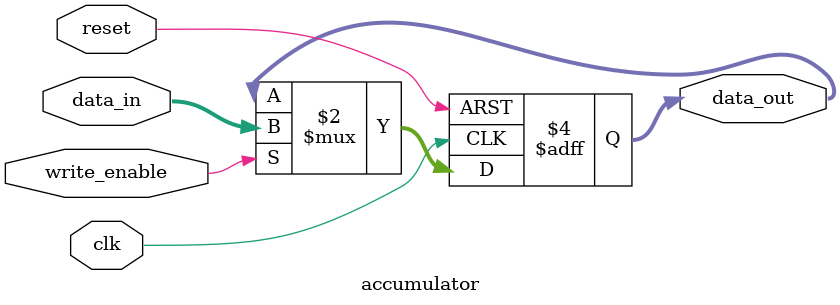
<source format=v>
module accumulator (
    input wire clk,
    input wire reset,
    input wire write_enable,
    input wire [7:0] data_in,     // From ALU
    output reg [7:0] data_out     // To ALU and OUT
);

    always @(posedge clk or posedge reset) begin
        if (reset)
            data_out <= 8'b00000000;
        else if (write_enable)
            data_out <= data_in;
    end

endmodule

</source>
